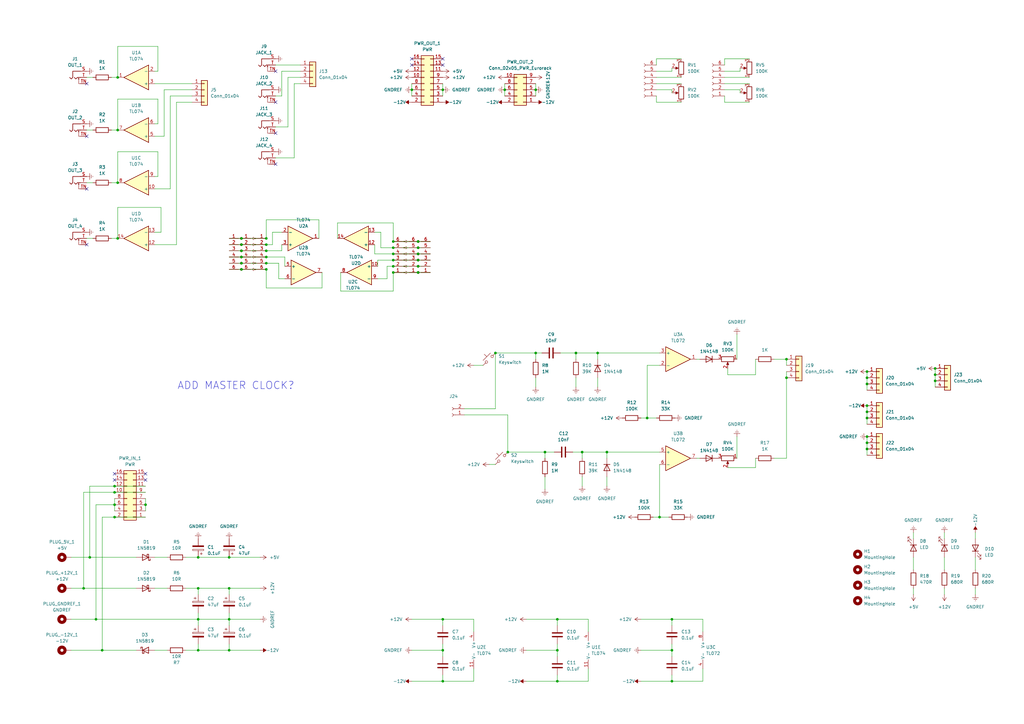
<source format=kicad_sch>
(kicad_sch (version 20231120) (generator "eeschema") (generator_version "8.0")
  (paper "A3")
  (junction (at 109.22 100.33))
  (junction (at 109.22 97.79))
  (junction (at 93.98 241.3))
  (junction (at 171.45 104.14))
  (junction (at 99.06 100.33))
  (junction (at 46.99 199.39))
  (junction (at 219.71 144.78))
  (junction (at 93.98 228.6))
  (junction (at 48.26 31.75))
  (junction (at 355.6 181.61))
  (junction (at 161.29 111.76))
  (junction (at 236.22 144.78))
  (junction (at 181.61 36.83))
  (junction (at 270.51 212.09))
  (junction (at 109.22 102.87))
  (junction (at 275.59 254))
  (junction (at 355.6 179.07))
  (junction (at 228.6 279.4))
  (junction (at 223.52 185.42))
  (junction (at 161.29 101.6))
  (junction (at 46.99 207.01))
  (junction (at 171.45 109.22))
  (junction (at 41.91 266.7))
  (junction (at 219.71 36.83))
  (junction (at 99.06 110.49))
  (junction (at 93.98 254))
  (junction (at 275.59 279.4))
  (junction (at 228.6 266.7))
  (junction (at 355.6 154.94))
  (junction (at 181.61 266.7))
  (junction (at 203.2 144.78))
  (junction (at 93.98 266.7))
  (junction (at 34.29 241.3))
  (junction (at 245.11 144.78))
  (junction (at 81.28 254))
  (junction (at 81.28 228.6))
  (junction (at 59.69 207.01))
  (junction (at 161.29 99.06))
  (junction (at 99.06 97.79))
  (junction (at 36.83 228.6))
  (junction (at 238.76 185.42))
  (junction (at 171.45 99.06))
  (junction (at 228.6 254))
  (junction (at 81.28 241.3))
  (junction (at 109.22 107.95))
  (junction (at 355.6 171.45))
  (junction (at 383.54 151.13))
  (junction (at 161.29 104.14))
  (junction (at 171.45 111.76))
  (junction (at 161.29 106.68))
  (junction (at 208.28 185.42))
  (junction (at 355.6 166.37))
  (junction (at 48.26 97.79))
  (junction (at 355.6 157.48))
  (junction (at 207.01 36.83))
  (junction (at 99.06 105.41))
  (junction (at 181.61 254))
  (junction (at 171.45 101.6))
  (junction (at 355.6 184.15))
  (junction (at 46.99 212.09))
  (junction (at 355.6 168.91))
  (junction (at 161.29 109.22))
  (junction (at 383.54 153.67))
  (junction (at 248.92 185.42))
  (junction (at 265.43 171.45))
  (junction (at 81.28 266.7))
  (junction (at 109.22 105.41))
  (junction (at 99.06 107.95))
  (junction (at 99.06 102.87))
  (junction (at 355.6 152.4))
  (junction (at 322.58 147.32))
  (junction (at 275.59 266.7))
  (junction (at 168.91 36.83))
  (junction (at 383.54 156.21))
  (junction (at 39.37 254))
  (junction (at 46.99 201.93))
  (junction (at 181.61 279.4))
  (junction (at 322.58 154.94))
  (junction (at 171.45 106.68))
  (junction (at 48.26 74.93))
  (junction (at 109.22 110.49))
  (junction (at 48.26 53.34))
  (no_connect (at 35.56 34.29))
  (no_connect (at 168.91 24.13))
  (no_connect (at 168.91 26.67))
  (no_connect (at 181.61 24.13))
  (no_connect (at 113.03 41.91))
  (no_connect (at 113.03 29.21))
  (no_connect (at 46.99 194.31))
  (no_connect (at 46.99 196.85))
  (no_connect (at 35.56 100.33))
  (no_connect (at 113.03 54.61))
  (no_connect (at 35.56 55.88))
  (no_connect (at 59.69 196.85))
  (no_connect (at 181.61 26.67))
  (no_connect (at 113.03 67.31))
  (no_connect (at 59.69 194.31))
  (no_connect (at 35.56 77.47))
  (wire (pts (xy 207.01 36.83) (xy 207.01 39.37)))
  (wire (pts (xy 139.7 111.76) (xy 139.7 119.38)))
  (wire (pts (xy 238.76 187.96) (xy 238.76 185.42)))
  (wire (pts (xy 66.04 85.09) (xy 48.26 85.09)))
  (wire (pts (xy 123.19 31.75) (xy 118.11 31.75)))
  (wire (pts (xy 171.45 101.6) (xy 161.29 101.6)))
  (wire (pts (xy 93.98 254) (xy 106.68 254)))
  (wire (pts (xy 208.28 185.42) (xy 223.52 185.42)))
  (wire (pts (xy 265.43 149.86) (xy 270.51 149.86)))
  (wire (pts (xy 99.06 97.79) (xy 109.22 97.79)))
  (wire (pts (xy 123.19 29.21) (xy 115.57 29.21)))
  (wire (pts (xy 115.57 102.87) (xy 109.22 102.87)))
  (wire (pts (xy 302.26 179.07) (xy 302.26 187.96)))
  (wire (pts (xy 35.56 53.34) (xy 38.1 53.34)))
  (wire (pts (xy 111.76 95.25) (xy 111.76 100.33)))
  (wire (pts (xy 64.77 72.39) (xy 64.77 62.23)))
  (wire (pts (xy 303.53 38.1) (xy 303.53 36.83)))
  (wire (pts (xy 387.35 228.6) (xy 387.35 233.68)))
  (wire (pts (xy 93.98 105.41) (xy 99.06 105.41)))
  (wire (pts (xy 93.98 266.7) (xy 106.68 266.7)))
  (wire (pts (xy 190.5 170.18) (xy 208.28 170.18)))
  (wire (pts (xy 181.61 266.7) (xy 181.61 269.24)))
  (wire (pts (xy 269.24 34.29) (xy 279.4 34.29)))
  (wire (pts (xy 322.58 154.94) (xy 322.58 187.96)))
  (wire (pts (xy 45.72 97.79) (xy 48.26 97.79)))
  (wire (pts (xy 116.84 105.41) (xy 109.22 105.41)))
  (wire (pts (xy 387.35 218.44) (xy 387.35 220.98)))
  (wire (pts (xy 219.71 36.83) (xy 219.71 39.37)))
  (wire (pts (xy 116.84 114.3) (xy 114.3 114.3)))
  (wire (pts (xy 298.45 153.67) (xy 309.88 153.67)))
  (wire (pts (xy 158.75 109.22) (xy 161.29 109.22)))
  (wire (pts (xy 69.85 39.37) (xy 69.85 77.47)))
  (wire (pts (xy 400.05 241.3) (xy 400.05 243.84)))
  (wire (pts (xy 154.94 114.3) (xy 158.75 114.3)))
  (wire (pts (xy 236.22 154.94) (xy 236.22 158.75)))
  (wire (pts (xy 176.53 106.68) (xy 171.45 106.68)))
  (wire (pts (xy 69.85 77.47) (xy 63.5 77.47)))
  (wire (pts (xy 219.71 154.94) (xy 219.71 158.75)))
  (wire (pts (xy 285.75 147.32) (xy 287.02 147.32)))
  (wire (pts (xy 45.72 74.93) (xy 48.26 74.93)))
  (wire (pts (xy 76.2 266.7) (xy 81.28 266.7)))
  (wire (pts (xy 64.77 19.05) (xy 48.26 19.05)))
  (wire (pts (xy 194.31 279.4) (xy 181.61 279.4)))
  (wire (pts (xy 203.2 167.64) (xy 203.2 144.78)))
  (wire (pts (xy 156.21 101.6) (xy 161.29 101.6)))
  (wire (pts (xy 154.94 109.22) (xy 154.94 106.68)))
  (wire (pts (xy 68.58 228.6) (xy 63.5 228.6)))
  (wire (pts (xy 297.18 31.75) (xy 307.34 31.75)))
  (wire (pts (xy 46.99 199.39) (xy 59.69 199.39)))
  (wire (pts (xy 236.22 147.32) (xy 236.22 144.78)))
  (wire (pts (xy 63.5 266.7) (xy 68.58 266.7)))
  (wire (pts (xy 130.81 90.17) (xy 109.22 90.17)))
  (wire (pts (xy 59.69 212.09) (xy 46.99 212.09)))
  (wire (pts (xy 275.59 279.4) (xy 288.29 279.4)))
  (wire (pts (xy 48.26 85.09) (xy 48.26 97.79)))
  (wire (pts (xy 120.65 34.29) (xy 120.65 64.77)))
  (wire (pts (xy 99.06 100.33) (xy 109.22 100.33)))
  (wire (pts (xy 200.66 190.5) (xy 203.2 190.5)))
  (wire (pts (xy 41.91 266.7) (xy 55.88 266.7)))
  (wire (pts (xy 64.77 72.39) (xy 63.5 72.39)))
  (wire (pts (xy 207.01 34.29) (xy 207.01 36.83)))
  (wire (pts (xy 265.43 149.86) (xy 265.43 171.45)))
  (wire (pts (xy 262.89 171.45) (xy 265.43 171.45)))
  (wire (pts (xy 93.98 264.16) (xy 93.98 266.7)))
  (wire (pts (xy 81.28 243.84) (xy 81.28 241.3)))
  (wire (pts (xy 115.57 29.21) (xy 115.57 39.37)))
  (wire (pts (xy 236.22 144.78) (xy 245.11 144.78)))
  (wire (pts (xy 176.53 104.14) (xy 171.45 104.14)))
  (wire (pts (xy 400.05 218.44) (xy 400.05 220.98)))
  (wire (pts (xy 76.2 241.3) (xy 81.28 241.3)))
  (wire (pts (xy 355.6 154.94) (xy 355.6 157.48)))
  (wire (pts (xy 35.56 31.75) (xy 38.1 31.75)))
  (wire (pts (xy 262.89 279.4) (xy 275.59 279.4)))
  (wire (pts (xy 194.31 259.08) (xy 194.31 254)))
  (wire (pts (xy 245.11 147.32) (xy 245.11 144.78)))
  (wire (pts (xy 39.37 254) (xy 81.28 254)))
  (wire (pts (xy 109.22 90.17) (xy 109.22 97.79)))
  (wire (pts (xy 64.77 50.8) (xy 63.5 50.8)))
  (wire (pts (xy 181.61 264.16) (xy 181.61 266.7)))
  (wire (pts (xy 171.45 109.22) (xy 161.29 109.22)))
  (wire (pts (xy 355.6 171.45) (xy 355.6 173.99)))
  (wire (pts (xy 228.6 276.86) (xy 228.6 279.4)))
  (wire (pts (xy 374.65 218.44) (xy 374.65 220.98)))
  (wire (pts (xy 46.99 199.39) (xy 36.83 199.39)))
  (wire (pts (xy 63.5 241.3) (xy 68.58 241.3)))
  (wire (pts (xy 118.11 52.07) (xy 113.03 52.07)))
  (wire (pts (xy 181.61 276.86) (xy 181.61 279.4)))
  (wire (pts (xy 355.6 166.37) (xy 355.6 168.91)))
  (wire (pts (xy 269.24 24.13) (xy 279.4 24.13)))
  (wire (pts (xy 161.29 91.44) (xy 138.43 91.44)))
  (wire (pts (xy 93.98 102.87) (xy 99.06 102.87)))
  (wire (pts (xy 106.68 228.6) (xy 93.98 228.6)))
  (wire (pts (xy 123.19 34.29) (xy 120.65 34.29)))
  (wire (pts (xy 132.08 118.11) (xy 132.08 111.76)))
  (wire (pts (xy 99.06 107.95) (xy 109.22 107.95)))
  (wire (pts (xy 48.26 40.64) (xy 48.26 53.34)))
  (wire (pts (xy 181.61 34.29) (xy 181.61 36.83)))
  (wire (pts (xy 269.24 26.67) (xy 269.24 24.13)))
  (wire (pts (xy 168.91 279.4) (xy 181.61 279.4)))
  (wire (pts (xy 64.77 50.8) (xy 64.77 40.64)))
  (wire (pts (xy 64.77 29.21) (xy 64.77 19.05)))
  (wire (pts (xy 116.84 109.22) (xy 116.84 105.41)))
  (wire (pts (xy 46.99 204.47) (xy 46.99 207.01)))
  (wire (pts (xy 168.91 266.7) (xy 181.61 266.7)))
  (wire (pts (xy 269.24 36.83) (xy 275.59 36.83)))
  (wire (pts (xy 138.43 91.44) (xy 138.43 97.79)))
  (wire (pts (xy 297.18 34.29) (xy 307.34 34.29)))
  (wire (pts (xy 81.28 241.3) (xy 93.98 241.3)))
  (wire (pts (xy 355.6 184.15) (xy 355.6 186.69)))
  (wire (pts (xy 262.89 266.7) (xy 275.59 266.7)))
  (wire (pts (xy 275.59 254) (xy 275.59 256.54)))
  (wire (pts (xy 267.97 212.09) (xy 270.51 212.09)))
  (wire (pts (xy 29.21 228.6) (xy 36.83 228.6)))
  (wire (pts (xy 181.61 254) (xy 181.61 256.54)))
  (wire (pts (xy 45.72 53.34) (xy 48.26 53.34)))
  (wire (pts (xy 215.9 266.7) (xy 228.6 266.7)))
  (wire (pts (xy 383.54 151.13) (xy 383.54 153.67)))
  (wire (pts (xy 248.92 185.42) (xy 270.51 185.42)))
  (wire (pts (xy 115.57 100.33) (xy 115.57 102.87)))
  (wire (pts (xy 168.91 254) (xy 181.61 254)))
  (wire (pts (xy 297.18 41.91) (xy 307.34 41.91)))
  (wire (pts (xy 72.39 100.33) (xy 63.5 100.33)))
  (wire (pts (xy 194.31 254) (xy 181.61 254)))
  (wire (pts (xy 241.3 274.32) (xy 241.3 279.4)))
  (wire (pts (xy 81.28 254) (xy 81.28 256.54)))
  (wire (pts (xy 113.03 26.67) (xy 123.19 26.67)))
  (wire (pts (xy 66.04 95.25) (xy 66.04 85.09)))
  (wire (pts (xy 302.26 137.16) (xy 302.26 147.32)))
  (wire (pts (xy 309.88 153.67) (xy 309.88 147.32)))
  (wire (pts (xy 93.98 241.3) (xy 106.68 241.3)))
  (wire (pts (xy 215.9 279.4) (xy 228.6 279.4)))
  (wire (pts (xy 64.77 40.64) (xy 48.26 40.64)))
  (wire (pts (xy 269.24 39.37) (xy 269.24 41.91)))
  (wire (pts (xy 48.26 62.23) (xy 48.26 74.93)))
  (wire (pts (xy 46.99 207.01) (xy 46.99 209.55)))
  (wire (pts (xy 93.98 100.33) (xy 99.06 100.33)))
  (wire (pts (xy 153.67 104.14) (xy 161.29 104.14)))
  (wire (pts (xy 111.76 100.33) (xy 109.22 100.33)))
  (wire (pts (xy 115.57 39.37) (xy 113.03 39.37)))
  (wire (pts (xy 36.83 228.6) (xy 55.88 228.6)))
  (wire (pts (xy 287.02 187.96) (xy 285.75 187.96)))
  (wire (pts (xy 228.6 266.7) (xy 228.6 269.24)))
  (wire (pts (xy 171.45 106.68) (xy 161.29 106.68)))
  (wire (pts (xy 171.45 111.76) (xy 161.29 111.76)))
  (wire (pts (xy 374.65 228.6) (xy 374.65 233.68)))
  (wire (pts (xy 297.18 24.13) (xy 307.34 24.13)))
  (wire (pts (xy 228.6 264.16) (xy 228.6 266.7)))
  (wire (pts (xy 78.74 41.91) (xy 72.39 41.91)))
  (wire (pts (xy 99.06 105.41) (xy 109.22 105.41)))
  (wire (pts (xy 130.81 97.79) (xy 130.81 90.17)))
  (wire (pts (xy 234.95 185.42) (xy 238.76 185.42)))
  (wire (pts (xy 78.74 36.83) (xy 67.31 36.83)))
  (wire (pts (xy 171.45 99.06) (xy 161.29 99.06)))
  (wire (pts (xy 81.28 254) (xy 93.98 254)))
  (wire (pts (xy 355.6 152.4) (xy 355.6 154.94)))
  (wire (pts (xy 64.77 29.21) (xy 63.5 29.21)))
  (wire (pts (xy 194.31 149.86) (xy 198.12 149.86)))
  (wire (pts (xy 45.72 31.75) (xy 48.26 31.75)))
  (wire (pts (xy 93.98 254) (xy 93.98 256.54)))
  (wire (pts (xy 297.18 39.37) (xy 297.18 41.91)))
  (wire (pts (xy 215.9 254) (xy 228.6 254)))
  (wire (pts (xy 161.29 119.38) (xy 161.29 111.76)))
  (wire (pts (xy 297.18 29.21) (xy 303.53 29.21)))
  (wire (pts (xy 67.31 55.88) (xy 63.5 55.88)))
  (wire (pts (xy 275.59 264.16) (xy 275.59 266.7)))
  (wire (pts (xy 229.87 144.78) (xy 236.22 144.78)))
  (wire (pts (xy 93.98 110.49) (xy 99.06 110.49)))
  (wire (pts (xy 93.98 107.95) (xy 99.06 107.95)))
  (wire (pts (xy 248.92 199.39) (xy 248.92 195.58)))
  (wire (pts (xy 93.98 97.79) (xy 99.06 97.79)))
  (wire (pts (xy 118.11 31.75) (xy 118.11 52.07)))
  (wire (pts (xy 67.31 36.83) (xy 67.31 55.88)))
  (wire (pts (xy 269.24 31.75) (xy 279.4 31.75)))
  (wire (pts (xy 309.88 191.77) (xy 309.88 187.96)))
  (wire (pts (xy 176.53 99.06) (xy 171.45 99.06)))
  (wire (pts (xy 355.6 168.91) (xy 355.6 171.45)))
  (wire (pts (xy 93.98 243.84) (xy 93.98 241.3)))
  (wire (pts (xy 171.45 104.14) (xy 161.29 104.14)))
  (wire (pts (xy 168.91 34.29) (xy 168.91 36.83)))
  (wire (pts (xy 176.53 101.6) (xy 171.45 101.6)))
  (wire (pts (xy 194.31 274.32) (xy 194.31 279.4)))
  (wire (pts (xy 66.04 95.25) (xy 63.5 95.25)))
  (wire (pts (xy 238.76 185.42) (xy 248.92 185.42)))
  (wire (pts (xy 41.91 212.09) (xy 41.91 266.7)))
  (wire (pts (xy 223.52 185.42) (xy 227.33 185.42)))
  (wire (pts (xy 275.59 38.1) (xy 275.59 36.83)))
  (wire (pts (xy 297.18 26.67) (xy 297.18 24.13)))
  (wire (pts (xy 99.06 102.87) (xy 109.22 102.87)))
  (wire (pts (xy 241.3 259.08) (xy 241.3 254)))
  (wire (pts (xy 78.74 39.37) (xy 69.85 39.37)))
  (wire (pts (xy 29.21 241.3) (xy 34.29 241.3)))
  (wire (pts (xy 93.98 251.46) (xy 93.98 254)))
  (wire (pts (xy 223.52 187.96) (xy 223.52 185.42)))
  (wire (pts (xy 219.71 144.78) (xy 222.25 144.78)))
  (wire (pts (xy 35.56 97.79) (xy 38.1 97.79)))
  (wire (pts (xy 81.28 266.7) (xy 93.98 266.7)))
  (wire (pts (xy 275.59 276.86) (xy 275.59 279.4)))
  (wire (pts (xy 269.24 29.21) (xy 275.59 29.21)))
  (wire (pts (xy 228.6 254) (xy 228.6 256.54)))
  (wire (pts (xy 374.65 241.3) (xy 374.65 243.84)))
  (wire (pts (xy 168.91 36.83) (xy 168.91 39.37)))
  (wire (pts (xy 317.5 147.32) (xy 322.58 147.32)))
  (wire (pts (xy 176.53 109.22) (xy 171.45 109.22)))
  (wire (pts (xy 298.45 191.77) (xy 309.88 191.77)))
  (wire (pts (xy 383.54 156.21) (xy 383.54 158.75)))
  (wire (pts (xy 139.7 119.38) (xy 161.29 119.38)))
  (wire (pts (xy 275.59 266.7) (xy 275.59 269.24)))
  (wire (pts (xy 355.6 181.61) (xy 355.6 184.15)))
  (wire (pts (xy 248.92 187.96) (xy 248.92 185.42)))
  (wire (pts (xy 288.29 274.32) (xy 288.29 279.4)))
  (wire (pts (xy 274.32 212.09) (xy 270.51 212.09)))
  (wire (pts (xy 59.69 204.47) (xy 59.69 207.01)))
  (wire (pts (xy 270.51 190.5) (xy 270.51 212.09)))
  (wire (pts (xy 153.67 100.33) (xy 153.67 104.14)))
  (wire (pts (xy 355.6 157.48) (xy 355.6 160.02)))
  (wire (pts (xy 245.11 144.78) (xy 270.51 144.78)))
  (wire (pts (xy 383.54 153.67) (xy 383.54 156.21)))
  (wire (pts (xy 109.22 110.49) (xy 109.22 118.11)))
  (wire (pts (xy 387.35 241.3) (xy 387.35 243.84)))
  (wire (pts (xy 241.3 279.4) (xy 228.6 279.4)))
  (wire (pts (xy 64.77 62.23) (xy 48.26 62.23)))
  (wire (pts (xy 114.3 107.95) (xy 109.22 107.95)))
  (wire (pts (xy 114.3 114.3) (xy 114.3 107.95)))
  (wire (pts (xy 298.45 153.67) (xy 298.45 151.13)))
  (wire (pts (xy 322.58 152.4) (xy 322.58 154.94)))
  (wire (pts (xy 297.18 36.83) (xy 303.53 36.83)))
  (wire (pts (xy 109.22 118.11) (xy 132.08 118.11)))
  (wire (pts (xy 223.52 195.58) (xy 223.52 200.66)))
  (wire (pts (xy 176.53 111.76) (xy 171.45 111.76)))
  (wire (pts (xy 241.3 254) (xy 228.6 254)))
  (wire (pts (xy 120.65 64.77) (xy 113.03 64.77)))
  (wire (pts (xy 269.24 171.45) (xy 265.43 171.45)))
  (wire (pts (xy 245.11 158.75) (xy 245.11 154.94)))
  (wire (pts (xy 269.24 41.91) (xy 279.4 41.91)))
  (wire (pts (xy 288.29 259.08) (xy 288.29 254)))
  (wire (pts (xy 317.5 187.96) (xy 322.58 187.96)))
  (wire (pts (xy 275.59 29.21) (xy 275.59 27.94)))
  (wire (pts (xy 36.83 199.39) (xy 36.83 228.6)))
  (wire (pts (xy 72.39 41.91) (xy 72.39 100.33)))
  (wire (pts (xy 46.99 201.93) (xy 59.69 201.93)))
  (wire (pts (xy 154.94 106.68) (xy 161.29 106.68)))
  (wire (pts (xy 208.28 170.18) (xy 208.28 185.42)))
  (wire (pts (xy 99.06 110.49) (xy 109.22 110.49)))
  (wire (pts (xy 219.71 147.32) (xy 219.71 144.78)))
  (wire (pts (xy 63.5 34.29) (xy 78.74 34.29)))
  (wire (pts (xy 46.99 212.09) (xy 41.91 212.09)))
  (wire (pts (xy 115.57 95.25) (xy 111.76 95.25)))
  (wire (pts (xy 46.99 201.93) (xy 34.29 201.93)))
  (wire (pts (xy 46.99 207.01) (xy 39.37 207.01)))
  (wire (pts (xy 81.28 264.16) (xy 81.28 266.7)))
  (wire (pts (xy 48.26 19.05) (xy 48.26 31.75)))
  (wire (pts (xy 400.05 228.6) (xy 400.05 233.68)))
  (wire (pts (xy 288.29 254) (xy 275.59 254)))
  (wire (pts (xy 322.58 147.32) (xy 322.58 149.86)))
  (wire (pts (xy 161.29 99.06) (xy 161.29 91.44)))
  (wire (pts (xy 153.67 95.25) (xy 156.21 95.25)))
  (wire (pts (xy 81.28 228.6) (xy 76.2 228.6)))
  (wire (pts (xy 219.71 34.29) (xy 219.71 36.83)))
  (wire (pts (xy 355.6 179.07) (xy 355.6 181.61)))
  (wire (pts (xy 158.75 114.3) (xy 158.75 109.22)))
  (wire (pts (xy 303.53 29.21) (xy 303.53 27.94)))
  (wire (pts (xy 34.29 201.93) (xy 34.29 241.3)))
  (wire (pts (xy 203.2 144.78) (xy 219.71 144.78)))
  (wire (pts (xy 81.28 251.46) (xy 81.28 254)))
  (wire (pts (xy 34.29 241.3) (xy 55.88 241.3)))
  (wire (pts (xy 238.76 195.58) (xy 238.76 199.39)))
  (wire (pts (xy 29.21 254) (xy 39.37 254)))
  (wire (pts (xy 181.61 36.83) (xy 181.61 39.37)))
  (wire (pts (xy 35.56 74.93) (xy 38.1 74.93)))
  (wire (pts (xy 59.69 207.01) (xy 59.69 209.55)))
  (wire (pts (xy 190.5 167.64) (xy 203.2 167.64)))
  (wire (pts (xy 29.21 266.7) (xy 41.91 266.7)))
  (wire (pts (xy 93.98 228.6) (xy 81.28 228.6)))
  (wire (pts (xy 39.37 207.01) (xy 39.37 254)))
  (wire (pts (xy 262.89 254) (xy 275.59 254)))
  (wire (pts (xy 156.21 95.25) (xy 156.21 101.6)))
  (text "ADD MASTER CLOCK?" (at 96.774 158.242 0) (effects (font (size 3.048 3.048))))
  (symbol (lib_id "Connector_Generic:Conn_01x04") (at 128.27 29.21 0) (unit 1)
    (property "Reference" "J13" (at 130.81 29.2099 0) (effects (justify left)))
    (property "Value" "Conn_01x04" (at 130.81 31.7499 0) (effects (justify left)))
    (property "Footprint" "Connector_PinSocket_2.54mm:PinSocket_1x04_P2.54mm_Vertical" (effects (hide yes)))
    (property "Description" "Generic connector, single row, 01x04, script generated (kicad-library-utils/schlib/autogen/connector/)" (effects (hide yes)))
  )
  (symbol (lib_id "synth:C_1uF (MKS)") (at 181.61 273.05 0) (unit 1)
    (property "Reference" "C8" (at 185.42 271.7799 0) (effects (justify left)))
    (property "Value" "0.1uF" (at 185.42 274.3199 0) (effects (justify left)))
    (property "Footprint" "Synth:C_RECT_WIMA_0.1uF" (effects (hide yes)))
    (property "Description" "Unpolarized capacitor" (effects (hide yes)))
  )
  (symbol (lib_id "synth:R_Default") (at 264.16 212.09 270) (unit 1)
    (property "Reference" "R13" (at 264.16 205.74 90))
    (property "Value" "100K" (at 264.16 208.28 90))
    (property "Footprint" "Synth:R_Default (DIN0207)" (effects (hide yes)))
    (property "Description" "Resistor" (effects (hide yes)))
  )
  (symbol (lib_id "synth:D_Signal (1N4148)") (at 248.92 191.77 270) (unit 1)
    (property "Reference" "D5" (at 251.46 190.4999 90) (effects (justify left)))
    (property "Value" "1N4148" (at 251.46 193.0399 90) (effects (justify left)))
    (property "Footprint" "Synth:D_DO-35_SOD27_P7.62mm_Horizontal" (effects (hide yes)))
    (property "Datasheet" "https://assets.nexperia.com/documents/data-sheet/1N4148_1N4448.pdf" (effects (hide yes)))
    (property "Description" "100V 0.15A standard switching diode, DO-35" (effects (hide yes)))
    (property "Sim.Device" "D" (effects (hide yes)))
    (property "Sim.Pins" "1=K 2=A" (effects (hide yes)))
  )
  (symbol (lib_id "power:GNDREF") (at 35.56 29.21 90) (unit 1)
    (property "Reference" "#PWR01" (effects (hide yes)))
    (property "Value" "GNDREF" (effects (hide yes)))
  )
  (symbol (lib_id "synth:AudioJack_Mono_3.5mm") (at 30.48 53.34 0) (unit 1)
    (property "Reference" "J2" (at 30.7975 45.72 0))
    (property "Value" "OUT_2" (at 30.7975 48.26 0))
    (property "Footprint" "Synth:Jack_3.5mm_QingPu_WQP-PJ398SM_Vertical_CircularHoles" (effects (hide yes)))
    (property "Description" "Audio Jack, 2 Poles (Mono / TS), Switched T Pole (Normalling)" (effects (hide yes)))
  )
  (symbol (lib_id "power:GNDREF") (at 236.22 158.75 0) (unit 1)
    (property "Reference" "#PWR039" (effects (hide yes)))
    (property "Value" "GNDREF" (at 236.22 163.83 0))
    (property "Description" "Power symbol creates a global label with name \"GNDREF\" , reference supply ground" (effects (hide yes)))
  )
  (symbol (lib_id "Device:C_Polarized") (at 81.28 247.65 0) (unit 1)
    (property "Reference" "C2" (at 85.09 245.491 0) (effects (justify left)))
    (property "Value" "47uF" (at 85.09 248.031 0) (effects (justify left)))
    (property "Footprint" "Capacitor_THT:CP_Radial_D6.3mm_P2.50mm" (effects (hide yes)))
  )
  (symbol (lib_id "synth:R_Default") (at 41.91 53.34 90) (unit 1)
    (property "Reference" "R2" (at 41.91 46.99 90))
    (property "Value" "1K" (at 41.91 49.53 90))
    (property "Footprint" "Synth:R_Default (DIN0207)" (effects (hide yes)))
    (property "Description" "Resistor" (effects (hide yes)))
  )
  (symbol (lib_id "power:+5V") (at 374.65 243.84 180) (unit 1)
    (property "Reference" "#PWR055" (effects (hide yes)))
    (property "Value" "+5V" (at 374.65 248.92 0))
    (property "Description" "Power symbol creates a global label with name \"+5V\"" (effects (hide yes)))
  )
  (symbol (lib_id "synth:C_1uF (MKS)") (at 226.06 144.78 90) (unit 1)
    (property "Reference" "C9" (at 226.06 137.16 90))
    (property "Value" "10nF" (at 226.06 139.7 90))
    (property "Footprint" "Synth:C_RECT_WIMA_0.1uF" (effects (hide yes)))
    (property "Description" "Unpolarized capacitor" (effects (hide yes)))
  )
  (symbol (lib_id "Connector:Conn_01x02_Socket") (at 185.42 170.18 180) (unit 1)
    (property "Reference" "J24" (at 186.055 162.56 0))
    (property "Value" "Conn_01x02_Socket" (effects (hide yes)))
    (property "Footprint" "Synth:PinSocket_1x02_P2.54mm_Vertical" (effects (hide yes)))
    (property "Description" "Generic connector, single row, 01x02, script generated" (effects (hide yes)))
  )
  (symbol (lib_id "Connector:Conn_01x06_Socket") (at 171.45 106.68 180) (unit 1)
    (property "Reference" "J16" (effects (hide yes)))
    (property "Value" "Conn_01x06_Socket" (effects (hide yes)))
    (property "Footprint" "Connector_PinSocket_2.54mm:PinSocket_1x06_P2.54mm_Vertical" (effects (hide yes)))
    (property "Description" "Generic connector, single row, 01x06, script generated" (effects (hide yes)))
  )
  (symbol (lib_id "Mechanical:MountingHole_Pad") (at 26.67 254 90) (unit 1) (exclude_from_sim yes) (in_bom no)
    (property "Reference" "PLUG_GNDREF_1" (at 25.4 247.65 90))
    (property "Value" "GNDREF" (at 25.4 250.19 90))
    (property "Footprint" "MountingHole:MountingHole_4.3mm_M4_Pad" (effects (hide yes)))
    (property "Description" "Mounting Hole with connection" (effects (hide yes)))
  )
  (symbol (lib_id "power:+5V") (at 383.54 151.13 90) (unit 1)
    (property "Reference" "#PWR056" (effects (hide yes)))
    (property "Value" "+5V" (at 379.73 151.1299 90) (effects (justify left)))
    (property "Description" "Power symbol creates a global label with name \"+5V\"" (effects (hide yes)))
  )
  (symbol (lib_id "power:GNDREF") (at 207.01 36.83 270) (unit 1)
    (property "Reference" "#PWR029" (effects (hide yes)))
    (property "Value" "GNDREF" (at 203.2 36.8299 90) (effects (justify right)))
  )
  (symbol (lib_id "Connector:Conn_01x06_Socket") (at 99.06 102.87 0) (unit 1)
    (property "Reference" "J6" (effects (hide yes)))
    (property "Value" "Conn_01x06_Socket" (effects (hide yes)))
    (property "Footprint" "Connector_PinSocket_2.54mm:PinSocket_1x06_P2.54mm_Vertical" (effects (hide yes)))
    (property "Description" "Generic connector, single row, 01x06, script generated" (effects (hide yes)))
  )
  (symbol (lib_id "synth:R_Default") (at 236.22 151.13 180) (unit 1)
    (property "Reference" "R10" (at 238.76 149.8599 0) (effects (justify right)))
    (property "Value" "39K" (at 238.76 152.3999 0) (effects (justify right)))
    (property "Footprint" "Synth:R_Default (DIN0207)" (effects (hide yes)))
    (property "Description" "Resistor" (effects (hide yes)))
  )
  (symbol (lib_id "Mechanical:MountingHole") (at 351.79 240.03 0) (unit 1) (exclude_from_sim yes) (in_bom no)
    (property "Reference" "H3" (at 354.33 238.7599 0) (effects (justify left)))
    (property "Value" "MountingHole" (at 354.33 241.2999 0) (effects (justify left)))
    (property "Footprint" "MountingHole:MountingHole_3.2mm_M3" (effects (hide yes)))
    (property "Description" "Mounting Hole without connection" (effects (hide yes)))
  )
  (symbol (lib_id "power:-12V") (at 168.91 279.4 90) (unit 1)
    (property "Reference" "#PWR021" (effects (hide yes)))
    (property "Value" "-12V" (at 163.83 279.4 90))
  )
  (symbol (lib_id "Amplifier_Operational:TL074") (at 123.19 97.79 0) (mirror x) (unit 1)
    (property "Reference" "U2" (at 124.46 92.71 0))
    (property "Value" "TL074" (at 124.46 90.17 0))
    (property "Footprint" "Package_DIP:DIP-14_W7.62mm_Socket_LongPads" (effects (hide yes)))
    (property "Datasheet" "http://www.ti.com/lit/ds/symlink/tl071.pdf" (effects (hide yes)))
    (property "Description" "Quad Low-Noise JFET-Input Operational Amplifiers, DIP-14/SOIC-14" (effects (hide yes)))
  )
  (symbol (lib_id "power:GNDREF") (at 181.61 36.83 90) (unit 1)
    (property "Reference" "#PWR024" (effects (hide yes)))
    (property "Value" "GNDREF" (at 185.42 36.8299 90) (effects (justify right)))
  )
  (symbol (lib_id "power:GNDREF") (at 113.03 24.13 90) (unit 1)
    (property "Reference" "#PWR011" (effects (hide yes)))
    (property "Value" "GNDREF" (effects (hide yes)))
  )
  (symbol (lib_id "synth:R_Default") (at 273.05 171.45 270) (unit 1)
    (property "Reference" "R14" (at 273.05 165.1 90))
    (property "Value" "33K" (at 273.05 167.64 90))
    (property "Footprint" "Synth:R_Default (DIN0207)" (effects (hide yes)))
    (property "Description" "Resistor" (effects (hide yes)))
  )
  (symbol (lib_id "Connector_Generic:Conn_01x04") (at 360.68 181.61 0) (unit 1)
    (property "Reference" "J22" (at 363.22 181.6099 0) (effects (justify left)))
    (property "Value" "Conn_01x04" (at 363.22 184.1499 0) (effects (justify left)))
    (property "Footprint" "Connector_PinSocket_2.54mm:PinSocket_1x04_P2.54mm_Vertical" (effects (hide yes)))
    (property "Description" "Generic connector, single row, 01x04, script generated (kicad-library-utils/schlib/autogen/connector/)" (effects (hide yes)))
  )
  (symbol (lib_id "power:GNDREF") (at 400.05 243.84 0) (unit 1)
    (property "Reference" "#PWR060" (effects (hide yes)))
    (property "Value" "GNDREF" (at 400.05 248.92 0))
  )
  (symbol (lib_id "synth:AudioJack_Mono_3.5mm") (at 30.48 74.93 0) (unit 1)
    (property "Reference" "J3" (at 30.7975 67.31 0))
    (property "Value" "OUT_3" (at 30.7975 69.85 0))
    (property "Footprint" "Synth:Jack_3.5mm_QingPu_WQP-PJ398SM_Vertical_CircularHoles" (effects (hide yes)))
    (property "Description" "Audio Jack, 2 Poles (Mono / TS), Switched T Pole (Normalling)" (effects (hide yes)))
  )
  (symbol (lib_id "power:+12V") (at 355.6 152.4 90) (unit 1)
    (property "Reference" "#PWR051" (effects (hide yes)))
    (property "Value" "+12V" (at 351.79 152.3999 90) (effects (justify left)))
  )
  (symbol (lib_id "Amplifier_Operational:TL074") (at 55.88 97.79 180) (unit 4)
    (property "Reference" "U1" (at 55.88 87.63 0))
    (property "Value" "TL074" (at 55.88 90.17 0))
    (property "Footprint" "Package_DIP:DIP-14_W7.62mm_Socket_LongPads" (effects (hide yes)))
    (property "Datasheet" "http://www.ti.com/lit/ds/symlink/tl071.pdf" (effects (hide yes)))
  )
  (symbol (lib_id "synth:D_Signal (1N4148)") (at 290.83 187.96 180) (unit 1)
    (property "Reference" "D7" (at 290.83 182.245 0))
    (property "Value" "1N4148" (at 290.83 184.785 0))
    (property "Footprint" "Synth:D_DO-35_SOD27_P7.62mm_Horizontal" (effects (hide yes)))
    (property "Datasheet" "https://assets.nexperia.com/documents/data-sheet/1N4148_1N4448.pdf" (effects (hide yes)))
    (property "Description" "100V 0.15A standard switching diode, DO-35" (effects (hide yes)))
    (property "Sim.Device" "D" (effects (hide yes)))
    (property "Sim.Pins" "1=K 2=A" (effects (hide yes)))
  )
  (symbol (lib_id "Device:C_Polarized") (at 93.98 260.35 0) (unit 1)
    (property "Reference" "C6" (at 97.79 258.191 0) (effects (justify left)))
    (property "Value" "0.1uF" (at 97.79 260.731 0) (effects (justify left)))
    (property "Footprint" "Capacitor_THT:CP_Radial_D4.0mm_P2.00mm" (effects (hide yes)))
  )
  (symbol (lib_id "power:GNDREF") (at 168.91 36.83 270) (unit 1)
    (property "Reference" "#PWR017" (effects (hide yes)))
    (property "Value" "GNDREF" (at 165.1 36.8299 90) (effects (justify right)))
  )
  (symbol (lib_id "Diode:1N5819") (at 59.69 228.6 180) (unit 1)
    (property "Reference" "D1" (at 60.0075 222.25 0))
    (property "Value" "1N5819" (at 60.0075 224.79 0))
    (property "Footprint" "Diode_THT:D_DO-41_SOD81_P10.16mm_Horizontal" (effects (hide yes)))
    (property "Datasheet" "http://www.vishay.com/docs/88525/1n5817.pdf" (effects (hide yes)))
  )
  (symbol (lib_id "synth:AudioJack_Mono_3.5mm") (at 30.48 97.79 0) (unit 1)
    (property "Reference" "J4" (at 30.7975 90.17 0))
    (property "Value" "OUT_4" (at 30.7975 92.71 0))
    (property "Footprint" "Synth:Jack_3.5mm_QingPu_WQP-PJ398SM_Vertical_CircularHoles" (effects (hide yes)))
    (property "Description" "Audio Jack, 2 Poles (Mono / TS), Switched T Pole (Normalling)" (effects (hide yes)))
  )
  (symbol (lib_id "Connector:Conn_01x06_Pin") (at 104.14 102.87 0) (unit 1)
    (property "Reference" "J7" (effects (hide yes)))
    (property "Value" "Conn_01x06_Pin" (effects (hide yes)))
    (property "Footprint" "Connector_PinHeader_2.54mm:PinHeader_1x06_P2.54mm_Vertical" (effects (hide yes)))
    (property "Description" "Generic connector, single row, 01x06, script generated" (effects (hide yes)))
  )
  (symbol (lib_id "Connector_Generic:Conn_01x04") (at 360.68 168.91 0) (unit 1)
    (property "Reference" "J21" (at 363.22 168.9099 0) (effects (justify left)))
    (property "Value" "Conn_01x04" (at 363.22 171.4499 0) (effects (justify left)))
    (property "Footprint" "Connector_PinSocket_2.54mm:PinSocket_1x04_P2.54mm_Vertical" (effects (hide yes)))
    (property "Description" "Generic connector, single row, 01x04, script generated (kicad-library-utils/schlib/autogen/connector/)" (effects (hide yes)))
  )
  (symbol (lib_id "power:GNDREF") (at 302.26 137.16 180) (unit 1)
    (property "Reference" "#PWR049" (effects (hide yes)))
    (property "Value" "GNDREF" (at 302.26 132.08 0))
    (property "Description" "Power symbol creates a global label with name \"GNDREF\" , reference supply ground" (effects (hide yes)))
  )
  (symbol (lib_id "power:GNDREF") (at 219.71 36.83 90) (unit 1)
    (property "Reference" "#PWR035" (effects (hide yes)))
    (property "Value" "GNDREF" (at 224.79 36.83 0))
  )
  (symbol (lib_id "synth:C_1uF (MKS)") (at 228.6 260.35 0) (unit 1)
    (property "Reference" "C10" (at 232.41 259.0799 0) (effects (justify left)))
    (property "Value" "0.1uF" (at 232.41 261.6199 0) (effects (justify left)))
    (property "Footprint" "Synth:C_RECT_WIMA_0.1uF" (effects (hide yes)))
    (property "Description" "Unpolarized capacitor" (effects (hide yes)))
  )
  (symbol (lib_id "power:-12V") (at 181.61 41.91 270) (unit 1)
    (property "Reference" "#PWR025" (effects (hide yes)))
    (property "Value" "-12V" (at 186.69 41.91 90))
  )
  (symbol (lib_id "Device:C_Polarized") (at 93.98 247.65 0) (unit 1)
    (property "Reference" "C5" (at 97.79 245.491 0) (effects (justify left)))
    (property "Value" "0.1uF" (at 97.79 248.031 0) (effects (justify left)))
    (property "Footprint" "Capacitor_THT:CP_Radial_D4.0mm_P2.00mm" (effects (hide yes)))
  )
  (symbol (lib_id "power:+12V") (at 181.61 31.75 270) (unit 1)
    (property "Reference" "#PWR023" (effects (hide yes)))
    (property "Value" "+12V" (at 185.42 31.7499 90) (effects (justify left)))
  )
  (symbol (lib_id "power:GNDREF") (at 374.65 218.44 180) (unit 1)
    (property "Reference" "#PWR054" (effects (hide yes)))
    (property "Value" "GNDREF" (at 374.65 213.36 0))
  )
  (symbol (lib_id "Connector:Conn_01x06_Pin") (at 166.37 106.68 180) (unit 1)
    (property "Reference" "J14" (effects (hide yes)))
    (property "Value" "Conn_01x06_Pin" (effects (hide yes)))
    (property "Footprint" "Connector_PinHeader_2.54mm:PinHeader_1x06_P2.54mm_Vertical" (effects (hide yes)))
    (property "Description" "Generic connector, single row, 01x06, script generated" (effects (hide yes)))
  )
  (symbol (lib_id "synth:AudioJack_Mono_3.5mm") (at 107.95 64.77 0) (unit 1)
    (property "Reference" "J12" (at 108.2675 57.15 0))
    (property "Value" "JACK_4" (at 108.2675 59.69 0))
    (property "Footprint" "Synth:Jack_3.5mm_QingPu_WQP-PJ398SM_Vertical_CircularHoles" (effects (hide yes)))
    (property "Description" "Audio Jack, 2 Poles (Mono / TS), Switched T Pole (Normalling)" (effects (hide yes)))
  )
  (symbol (lib_id "synth:R_Default") (at 223.52 191.77 180) (unit 1)
    (property "Reference" "R9" (at 226.06 190.4999 0) (effects (justify right)))
    (property "Value" "1M" (at 226.06 193.0399 0) (effects (justify right)))
    (property "Footprint" "Synth:R_Default (DIN0207)" (effects (hide yes)))
    (property "Description" "Resistor" (effects (hide yes)))
  )
  (symbol (lib_id "synth:R_Default") (at 259.08 171.45 270) (unit 1)
    (property "Reference" "R12" (at 259.08 165.1 90))
    (property "Value" "100K" (at 259.08 167.64 90))
    (property "Footprint" "Synth:R_Default (DIN0207)" (effects (hide yes)))
    (property "Description" "Resistor" (effects (hide yes)))
  )
  (symbol (lib_id "power:+5V") (at 181.61 29.21 270) (unit 1)
    (property "Reference" "#PWR022" (effects (hide yes)))
    (property "Value" "+5V" (at 185.42 29.2099 90) (effects (justify left)))
    (property "Description" "Power symbol creates a global label with name \"+5V\"" (effects (hide yes)))
  )
  (symbol (lib_id "Amplifier_Operational:TL074") (at 55.88 74.93 180) (unit 3)
    (property "Reference" "U1" (at 55.88 64.77 0))
    (property "Value" "TL074" (at 55.88 67.31 0))
    (property "Footprint" "Package_DIP:DIP-14_W7.62mm_Socket_LongPads" (effects (hide yes)))
    (property "Datasheet" "http://www.ti.com/lit/ds/symlink/tl071.pdf" (effects (hide yes)))
  )
  (symbol (lib_id "power:GNDREF") (at 387.35 218.44 180) (unit 1)
    (property "Reference" "#PWR057" (effects (hide yes)))
    (property "Value" "GNDREF" (at 387.35 213.36 0))
  )
  (symbol (lib_id "power:GNDREF") (at 113.03 36.83 90) (unit 1)
    (property "Reference" "#PWR012" (effects (hide yes)))
    (property "Value" "GNDREF" (effects (hide yes)))
  )
  (symbol (lib_id "Device:C_Polarized") (at 93.98 224.79 180) (unit 1)
    (property "Reference" "C4" (at 97.79 224.4089 0) (effects (justify right)))
    (property "Value" "47uF" (at 97.79 226.9489 0) (effects (justify right)))
    (property "Footprint" "Capacitor_THT:CP_Radial_D6.3mm_P2.50mm" (effects (hide yes)))
  )
  (symbol (lib_id "Mechanical:MountingHole") (at 351.79 227.33 0) (unit 1) (exclude_from_sim yes) (in_bom no)
    (property "Reference" "H1" (at 354.33 226.0599 0) (effects (justify left)))
    (property "Value" "MountingHole" (at 354.33 228.5999 0) (effects (justify left)))
    (property "Footprint" "MountingHole:MountingHole_3.2mm_M3" (effects (hide yes)))
    (property "Description" "Mounting Hole without connection" (effects (hide yes)))
  )
  (symbol (lib_id "Connector_Generic:Conn_01x04") (at 83.82 36.83 0) (unit 1)
    (property "Reference" "J5" (at 86.36 36.8299 0) (effects (justify left)))
    (property "Value" "Conn_01x04" (at 86.36 39.3699 0) (effects (justify left)))
    (property "Footprint" "Connector_PinSocket_2.54mm:PinSocket_1x04_P2.54mm_Vertical" (effects (hide yes)))
    (property "Description" "Generic connector, single row, 01x04, script generated (kicad-library-utils/schlib/autogen/connector/)" (effects (hide yes)))
  )
  (symbol (lib_id "Amplifier_Operational:TL074") (at 196.85 266.7 0) (unit 5)
    (property "Reference" "U2" (at 195.58 265.43 0) (effects (justify left)))
    (property "Value" "TL074" (at 195.58 267.97 0) (effects (justify left)))
    (property "Footprint" "Package_DIP:DIP-14_W7.62mm_Socket_LongPads" (effects (hide yes)))
    (property "Datasheet" "http://www.ti.com/lit/ds/symlink/tl071.pdf" (effects (hide yes)))
    (property "Description" "Quad Low-Noise JFET-Input Operational Amplifiers, DIP-14/SOIC-14" (effects (hide yes)))
  )
  (symbol (lib_id "synth:C_1uF (MKS)") (at 228.6 273.05 0) (unit 1)
    (property "Reference" "C11" (at 232.41 271.7799 0) (effects (justify left)))
    (property "Value" "0.1uF" (at 232.41 274.3199 0) (effects (justify left)))
    (property "Footprint" "Synth:C_RECT_WIMA_0.1uF" (effects (hide yes)))
    (property "Description" "Unpolarized capacitor" (effects (hide yes)))
  )
  (symbol (lib_id "power:-12V") (at 400.05 218.44 0) (unit 1)
    (property "Reference" "#PWR059" (effects (hide yes)))
    (property "Value" "-12V" (at 400.05 213.36 90))
  )
  (symbol (lib_id "Amplifier_Operational:TL074") (at 55.88 53.34 180) (unit 2)
    (property "Reference" "U1" (at 55.88 43.18 0))
    (property "Value" "TL074" (at 55.88 45.72 0))
    (property "Footprint" "Package_DIP:DIP-14_W7.62mm_Socket_LongPads" (effects (hide yes)))
    (property "Datasheet" "http://www.ti.com/lit/ds/symlink/tl071.pdf" (effects (hide yes)))
  )
  (symbol (lib_id "power:GNDREF") (at 238.76 199.39 0) (unit 1)
    (property "Reference" "#PWR040" (effects (hide yes)))
    (property "Value" "GNDREF" (at 238.76 204.47 0))
    (property "Description" "Power symbol creates a global label with name \"GNDREF\" , reference supply ground" (effects (hide yes)))
  )
  (symbol (lib_id "power:GNDREF") (at 35.56 72.39 90) (unit 1)
    (property "Reference" "#PWR03" (effects (hide yes)))
    (property "Value" "GNDREF" (effects (hide yes)))
  )
  (symbol (lib_id "power:GNDREF") (at 223.52 200.66 0) (unit 1)
    (property "Reference" "#PWR038" (effects (hide yes)))
    (property "Value" "GNDREF" (at 223.52 205.74 0))
    (property "Description" "Power symbol creates a global label with name \"GNDREF\" , reference supply ground" (effects (hide yes)))
  )
  (symbol (lib_id "power:+12V") (at 215.9 254 90) (unit 1)
    (property "Reference" "#PWR031" (effects (hide yes)))
    (property "Value" "+12V" (at 212.09 253.9999 90) (effects (justify left)))
  )
  (symbol (lib_id "synth:R_Potentiometer (P0915N)") (at 279.4 27.94 180) (unit 1)
    (property "Reference" "RV1" (at 281.94 26.6699 0) (effects (justify right)))
    (property "Value" "100K" (at 281.94 29.2099 0) (effects (justify right)))
    (property "Footprint" "Synth:Potentiometer_TT_P0915N" (effects (hide yes)))
    (property "Description" "Potentiometer" (effects (hide yes)))
  )
  (symbol (lib_id "ScottoKeebs:Placeholder_Keyswitch") (at 200.66 147.32 90) (unit 1)
    (property "Reference" "S1" (at 204.47 146.0499 90) (effects (justify right)))
    (property "Value" "Keyswitch" (at 204.47 148.5899 90) (effects (justify right)))
    (property "Footprint" "PCM_Switch_Keyboard_Cherry_MX:SW_Cherry_MX_PCB_1.00u" (effects (hide yes)))
    (property "Description" "Push button switch, normally open, two pins, 45° tilted" (effects (hide yes)))
  )
  (symbol (lib_id "power:-12V") (at 262.89 279.4 90) (unit 1)
    (property "Reference" "#PWR061" (effects (hide yes)))
    (property "Value" "-12V" (at 257.81 279.4 90))
  )
  (symbol (lib_id "synth:R_Potentiometer (P0915N)") (at 279.4 38.1 180) (unit 1)
    (property "Reference" "RV2" (at 281.94 36.8299 0) (effects (justify right)))
    (property "Value" "100K" (at 281.94 39.3699 0) (effects (justify right)))
    (property "Footprint" "Synth:Potentiometer_TT_P0915N" (effects (hide yes)))
    (property "Description" "Potentiometer" (effects (hide yes)))
  )
  (symbol (lib_id "synth:R_Default") (at 72.39 228.6 90) (unit 1)
    (property "Reference" "R5" (at 72.39 222.25 90))
    (property "Value" "10R" (at 72.39 224.79 90))
    (property "Footprint" "Synth:R_Default (DIN0207)" (effects (hide yes)))
    (property "Description" "Resistor" (effects (hide yes)))
  )
  (symbol (lib_id "synth:R_Default") (at 72.39 241.3 90) (unit 1)
    (property "Reference" "R6" (at 72.39 234.95 90))
    (property "Value" "10R" (at 72.39 237.49 90))
    (property "Footprint" "Synth:R_Default (DIN0207)" (effects (hide yes)))
    (property "Description" "Resistor" (effects (hide yes)))
  )
  (symbol (lib_id "synth:R_Potentiometer (P0915N)") (at 307.34 27.94 180) (unit 1)
    (property "Reference" "RV5" (at 309.88 26.6699 0) (effects (justify right)))
    (property "Value" "100K" (at 309.88 29.2099 0) (effects (justify right)))
    (property "Footprint" "Synth:Potentiometer_TT_P0915N" (effects (hide yes)))
    (property "Description" "Potentiometer" (effects (hide yes)))
  )
  (symbol (lib_id "Diode:1N5819") (at 59.69 241.3 180) (unit 1)
    (property "Reference" "D2" (at 60.0075 234.95 0))
    (property "Value" "1N5819" (at 60.0075 237.49 0))
    (property "Footprint" "Diode_THT:D_DO-41_SOD81_P10.16mm_Horizontal" (effects (hide yes)))
    (property "Datasheet" "http://www.vishay.com/docs/88525/1n5817.pdf" (effects (hide yes)))
  )
  (symbol (lib_id "synth:C_1uF (MKS)") (at 275.59 260.35 0) (unit 1)
    (property "Reference" "C13" (at 279.4 259.0799 0) (effects (justify left)))
    (property "Value" "0.1uF" (at 279.4 261.6199 0) (effects (justify left)))
    (property "Footprint" "Synth:C_RECT_WIMA_0.1uF" (effects (hide yes)))
    (property "Description" "Unpolarized capacitor" (effects (hide yes)))
  )
  (symbol (lib_id "power:-12V") (at 215.9 279.4 90) (unit 1)
    (property "Reference" "#PWR033" (effects (hide yes)))
    (property "Value" "-12V" (at 210.82 279.4 90))
  )
  (symbol (lib_id "power:+5V") (at 106.68 228.6 270) (unit 1)
    (property "Reference" "#PWR07" (effects (hide yes)))
    (property "Value" "+5V" (at 110.49 228.5999 90) (effects (justify left)))
    (property "Description" "Power symbol creates a global label with name \"+5V\"" (effects (hide yes)))
  )
  (symbol (lib_id "synth:R_Default") (at 387.35 237.49 0) (unit 1)
    (property "Reference" "R19" (at 389.89 236.2199 0) (effects (justify left)))
    (property "Value" "680R" (at 389.89 238.7599 0) (effects (justify left)))
    (property "Footprint" "Synth:R_Default (DIN0207)" (effects (hide yes)))
    (property "Description" "Resistor" (effects (hide yes)))
  )
  (symbol (lib_id "power:GNDREF") (at 106.68 254 90) (unit 1)
    (property "Reference" "#PWR09" (effects (hide yes)))
    (property "Value" "GNDREF" (at 111.76 254 0))
  )
  (symbol (lib_id "Connector:Conn_01x06_Socket") (at 264.16 34.29 180) (unit 1)
    (property "Reference" "J17" (effects (hide yes)))
    (property "Value" "Conn_01x06_Socket" (effects (hide yes)))
    (property "Footprint" "Connector_PinSocket_2.54mm:PinSocket_1x06_P2.54mm_Vertical" (effects (hide yes)))
    (property "Description" "Generic connector, single row, 01x06, script generated" (effects (hide yes)))
  )
  (symbol (lib_id "power:GNDREF") (at 355.6 179.07 270) (unit 1)
    (property "Reference" "#PWR053" (effects (hide yes)))
    (property "Value" "GNDREF" (at 351.79 179.0699 90) (effects (justify right)))
  )
  (symbol (lib_id "synth:C_1uF (MKS)") (at 275.59 273.05 0) (unit 1)
    (property "Reference" "C14" (at 279.4 271.7799 0) (effects (justify left)))
    (property "Value" "0.1uF" (at 279.4 274.3199 0) (effects (justify left)))
    (property "Footprint" "Synth:C_RECT_WIMA_0.1uF" (effects (hide yes)))
    (property "Description" "Unpolarized capacitor" (effects (hide yes)))
  )
  (symbol (lib_id "power:GNDREF") (at 281.94 212.09 90) (unit 1)
    (property "Reference" "#PWR048" (effects (hide yes)))
    (property "Value" "GNDREF" (at 285.75 212.0899 90) (effects (justify right)))
    (property "Description" "Power symbol creates a global label with name \"GNDREF\" , reference supply ground" (effects (hide yes)))
  )
  (symbol (lib_id "Amplifier_Operational:TL074") (at 147.32 111.76 0) (mirror y) (unit 3)
    (property "Reference" "U2" (at 144.78 115.57 0))
    (property "Value" "TL074" (at 144.78 118.11 0))
    (property "Footprint" "Package_DIP:DIP-14_W7.62mm_Socket_LongPads" (effects (hide yes)))
    (property "Datasheet" "http://www.ti.com/lit/ds/symlink/tl071.pdf" (effects (hide yes)))
    (property "Description" "Quad Low-Noise JFET-Input Operational Amplifiers, DIP-14/SOIC-14" (effects (hide yes)))
  )
  (symbol (lib_id "synth:R_Default") (at 278.13 212.09 270) (unit 1)
    (property "Reference" "R15" (at 278.13 205.74 90))
    (property "Value" "33K" (at 278.13 208.28 90))
    (property "Footprint" "Synth:R_Default (DIN0207)" (effects (hide yes)))
    (property "Description" "Resistor" (effects (hide yes)))
  )
  (symbol (lib_id "synth:R_Default") (at 238.76 191.77 180) (unit 1)
    (property "Reference" "R11" (at 241.3 190.4999 0) (effects (justify right)))
    (property "Value" "39K" (at 241.3 193.0399 0) (effects (justify right)))
    (property "Footprint" "Synth:R_Default (DIN0207)" (effects (hide yes)))
    (property "Description" "Resistor" (effects (hide yes)))
  )
  (symbol (lib_id "synth:LED (5mm)") (at 400.05 224.79 90) (unit 1)
    (property "Reference" "D10" (at 403.86 225.1074 90) (effects (justify right)))
    (property "Value" "LED" (at 403.86 227.6474 90) (effects (justify right)))
    (property "Footprint" "Synth:LED_D5.0mm (center Aligned)" (effects (hide yes)))
    (property "Description" "Light emitting diode" (effects (hide yes)))
  )
  (symbol (lib_id "synth:LED (5mm)") (at 387.35 224.79 270) (unit 1)
    (property "Reference" "D9" (at 389.89 221.9324 90) (effects (justify left)))
    (property "Value" "LED" (at 389.89 224.4724 90) (effects (justify left)))
    (property "Footprint" "Synth:LED_D5.0mm (center Aligned)" (effects (hide yes)))
    (property "Description" "Light emitting diode" (effects (hide yes)))
  )
  (symbol (lib_id "power:GNDREF") (at 93.98 220.98 180) (unit 1)
    (property "Reference" "#PWR06" (effects (hide yes)))
    (property "Value" "GNDREF" (at 93.98 215.9 0))
  )
  (symbol (lib_id "synth:R_Default") (at 313.69 187.96 270) (unit 1)
    (property "Reference" "R17" (at 313.69 181.61 90))
    (property "Value" "1K" (at 313.69 184.15 90))
    (property "Footprint" "Synth:R_Default (DIN0207)" (effects (hide yes)))
    (property "Description" "Resistor" (effects (hide yes)))
  )
  (symbol (lib_id "Device:C_Polarized") (at 81.28 260.35 0) (unit 1)
    (property "Reference" "C3" (at 85.09 258.191 0) (effects (justify left)))
    (property "Value" "47uF" (at 85.09 260.731 0) (effects (justify left)))
    (property "Footprint" "Capacitor_THT:CP_Radial_D6.3mm_P2.50mm" (effects (hide yes)))
  )
  (symbol (lib_id "synth:AudioJack_Mono_3.5mm") (at 107.95 52.07 0) (unit 1)
    (property "Reference" "J11" (at 108.2675 44.45 0))
    (property "Value" "JACK_3" (at 108.2675 46.99 0))
    (property "Footprint" "Synth:Jack_3.5mm_QingPu_WQP-PJ398SM_Vertical_CircularHoles" (effects (hide yes)))
    (property "Description" "Audio Jack, 2 Poles (Mono / TS), Switched T Pole (Normalling)" (effects (hide yes)))
  )
  (symbol (lib_id "synth:R_Default") (at 400.05 237.49 0) (unit 1)
    (property "Reference" "R20" (at 402.59 236.2199 0) (effects (justify left)))
    (property "Value" "680R" (at 402.59 238.7599 0) (effects (justify left)))
    (property "Footprint" "Synth:R_Default (DIN0207)" (effects (hide yes)))
    (property "Description" "Resistor" (effects (hide yes)))
  )
  (symbol (lib_id "power:GNDREF") (at 302.26 179.07 180) (unit 1)
    (property "Reference" "#PWR050" (effects (hide yes)))
    (property "Value" "GNDREF" (at 302.26 173.99 0))
    (property "Description" "Power symbol creates a global label with name \"GNDREF\" , reference supply ground" (effects (hide yes)))
  )
  (symbol (lib_id "synth:D_Signal (1N4148)") (at 245.11 151.13 270) (unit 1)
    (property "Reference" "D4" (at 247.65 149.8599 90) (effects (justify left)))
    (property "Value" "1N4148" (at 247.65 152.3999 90) (effects (justify left)))
    (property "Footprint" "Synth:D_DO-35_SOD27_P7.62mm_Horizontal" (effects (hide yes)))
    (property "Datasheet" "https://assets.nexperia.com/documents/data-sheet/1N4148_1N4448.pdf" (effects (hide yes)))
    (property "Description" "100V 0.15A standard switching diode, DO-35" (effects (hide yes)))
    (property "Sim.Device" "D" (effects (hide yes)))
    (property "Sim.Pins" "1=K 2=A" (effects (hide yes)))
  )
  (symbol (lib_id "synth:D_Signal (1N4148)") (at 290.83 147.32 180) (unit 1)
    (property "Reference" "D6" (at 290.83 141.605 0))
    (property "Value" "1N4148" (at 290.83 144.145 0))
    (property "Footprint" "Synth:D_DO-35_SOD27_P7.62mm_Horizontal" (effects (hide yes)))
    (property "Datasheet" "https://assets.nexperia.com/documents/data-sheet/1N4148_1N4448.pdf" (effects (hide yes)))
    (property "Description" "100V 0.15A standard switching diode, DO-35" (effects (hide yes)))
    (property "Sim.Device" "D" (effects (hide yes)))
    (property "Sim.Pins" "1=K 2=A" (effects (hide yes)))
  )
  (symbol (lib_id "synth:R_Potentiometer (P0915N)") (at 298.45 147.32 270) (unit 1)
    (property "Reference" "RV3" (at 298.45 140.97 90))
    (property "Value" "100K" (at 298.45 143.51 90))
    (property "Footprint" "Synth:Potentiometer_TT_P0915N" (effects (hide yes)))
    (property "Description" "Potentiometer" (effects (hide yes)))
  )
  (symbol (lib_id "Connector_Generic:Conn_01x04") (at 327.66 149.86 0) (unit 1)
    (property "Reference" "J19" (at 330.2 149.8599 0) (effects (justify left)))
    (property "Value" "Conn_01x04" (at 330.2 152.3999 0) (effects (justify left)))
    (property "Footprint" "Connector_PinSocket_2.54mm:PinSocket_1x04_P2.54mm_Vertical" (effects (hide yes)))
    (property "Description" "Generic connector, single row, 01x04, script generated (kicad-library-utils/schlib/autogen/connector/)" (effects (hide yes)))
  )
  (symbol (lib_id "power:+12V") (at 168.91 31.75 90) (unit 1)
    (property "Reference" "#PWR016" (effects (hide yes)))
    (property "Value" "+12V" (at 165.1 31.7499 90) (effects (justify left)))
  )
  (symbol (lib_id "synth:R_Default") (at 374.65 237.49 0) (unit 1)
    (property "Reference" "R18" (at 377.19 236.2199 0) (effects (justify left)))
    (property "Value" "470R" (at 377.19 238.7599 0) (effects (justify left)))
    (property "Footprint" "Synth:R_Default (DIN0207)" (effects (hide yes)))
    (property "Description" "Resistor" (effects (hide yes)))
  )
  (symbol (lib_id "power:-12V") (at 207.01 41.91 90) (unit 1)
    (property "Reference" "#PWR030" (effects (hide yes)))
    (property "Value" "-12V" (at 201.93 41.91 90))
  )
  (symbol (lib_id "Mechanical:MountingHole") (at 351.79 246.38 0) (unit 1) (exclude_from_sim yes) (in_bom no)
    (property "Reference" "H4" (at 354.33 245.1099 0) (effects (justify left)))
    (property "Value" "MountingHole" (at 354.33 247.6499 0) (effects (justify left)))
    (property "Footprint" "MountingHole:MountingHole_3.2mm_M3" (effects (hide yes)))
    (property "Description" "Mounting Hole without connection" (effects (hide yes)))
  )
  (symbol (lib_id "Connector:Conn_01x06_Socket") (at 292.1 34.29 180) (unit 1)
    (property "Reference" "J18" (effects (hide yes)))
    (property "Value" "Conn_01x06_Socket" (effects (hide yes)))
    (property "Footprint" "Connector_PinSocket_2.54mm:PinSocket_1x06_P2.54mm_Vertical" (effects (hide yes)))
    (property "Description" "Generic connector, single row, 01x06, script generated" (effects (hide yes)))
  )
  (symbol (lib_id "power:-12V") (at 219.71 41.91 270) (unit 1)
    (property "Reference" "#PWR036" (effects (hide yes)))
    (property "Value" "-12V" (at 224.79 41.91 90))
  )
  (symbol (lib_id "Amplifier_Operational:TL074") (at 55.88 31.75 180) (unit 1)
    (property "Reference" "U1" (at 55.88 21.59 0))
    (property "Value" "TL074" (at 55.88 24.13 0))
    (property "Footprint" "Package_DIP:DIP-14_W7.62mm_Socket_LongPads" (effects (hide yes)))
    (property "Datasheet" "http://www.ti.com/lit/ds/symlink/tl071.pdf" (effects (hide yes)))
  )
  (symbol (lib_id "power:+5V") (at 168.91 29.21 90) (unit 1)
    (property "Reference" "#PWR015" (effects (hide yes)))
    (property "Value" "+5V" (at 165.1 29.2099 90) (effects (justify left)))
    (property "Description" "Power symbol creates a global label with name \"+5V\"" (effects (hide yes)))
  )
  (symbol (lib_id "synth:R_Potentiometer (P0915N)") (at 307.34 38.1 180) (unit 1)
    (property "Reference" "RV6" (at 309.88 36.8299 0) (effects (justify right)))
    (property "Value" "100K" (at 309.88 39.3699 0) (effects (justify right)))
    (property "Footprint" "Synth:Potentiometer_TT_P0915N" (effects (hide yes)))
    (property "Description" "Potentiometer" (effects (hide yes)))
  )
  (symbol (lib_id "synth:R_Potentiometer (P0915N)") (at 298.45 187.96 270) (unit 1)
    (property "Reference" "RV4" (at 298.45 181.61 90))
    (property "Value" "100K" (at 298.45 184.15 90))
    (property "Footprint" "Synth:Potentiometer_TT_P0915N" (effects (hide yes)))
    (property "Description" "Potentiometer" (effects (hide yes)))
  )
  (symbol (lib_id "Amplifier_Operational:TL072") (at 278.13 187.96 0) (unit 2)
    (property "Reference" "U3" (at 278.13 177.8 0))
    (property "Value" "TL072" (at 278.13 180.34 0))
    (property "Footprint" "Package_DIP:DIP-8_W7.62mm_Socket_LongPads" (effects (hide yes)))
    (property "Datasheet" "http://www.ti.com/lit/ds/symlink/tl071.pdf" (effects (hide yes)))
    (property "Description" "Dual Low-Noise JFET-Input Operational Amplifiers, DIP-8/SOIC-8" (effects (hide yes)))
  )
  (symbol (lib_id "synth:Conn_02x08_EuroRack_Power") (at 176.53 34.29 180) (unit 1)
    (property "Reference" "PWR_OUT_1" (at 175.26 17.78 0))
    (property "Value" "PWR" (at 175.26 20.32 0))
    (property "Footprint" "Synth:IDC-Header_2x08_P2.54mm_Vertical" (effects (hide yes)))
  )
  (symbol (lib_id "Amplifier_Operational:TL074") (at 124.46 111.76 0) (unit 2)
    (property "Reference" "U2" (at 124.46 101.6 0))
    (property "Value" "TL074" (at 124.46 104.14 0))
    (property "Footprint" "Package_DIP:DIP-14_W7.62mm_Socket_LongPads" (effects (hide yes)))
    (property "Datasheet" "http://www.ti.com/lit/ds/symlink/tl071.pdf" (effects (hide yes)))
    (property "Description" "Quad Low-Noise JFET-Input Operational Amplifiers, DIP-14/SOIC-14" (effects (hide yes)))
  )
  (symbol (lib_id "power:GNDREF") (at 168.91 266.7 270) (unit 1)
    (property "Reference" "#PWR020" (effects (hide yes)))
    (property "Value" "GNDREF" (at 165.1 266.6999 90) (effects (justify right)))
  )
  (symbol (lib_id "Diode:1N5819") (at 59.69 266.7 0) (unit 1)
    (property "Reference" "D3" (at 59.3725 260.35 0))
    (property "Value" "1N5819" (at 59.3725 262.89 0))
    (property "Footprint" "Diode_THT:D_DO-41_SOD81_P10.16mm_Horizontal" (effects (hide yes)))
    (property "Datasheet" "http://www.vishay.com/docs/88525/1n5817.pdf" (effects (hide yes)))
  )
  (symbol (lib_id "Connector_Generic:Conn_01x04") (at 388.62 153.67 0) (unit 1)
    (property "Reference" "J23" (at 391.16 153.6699 0) (effects (justify left)))
    (property "Value" "Conn_01x04" (at 391.16 156.2099 0) (effects (justify left)))
    (property "Footprint" "Connector_PinSocket_2.54mm:PinSocket_1x04_P2.54mm_Vertical" (effects (hide yes)))
    (property "Description" "Generic connector, single row, 01x04, script generated (kicad-library-utils/schlib/autogen/connector/)" (effects (hide yes)))
  )
  (symbol (lib_id "power:GNDREF") (at 262.89 266.7 270) (unit 1)
    (property "Reference" "#PWR046" (effects (hide yes)))
    (property "Value" "GNDREF" (at 259.08 266.6999 90) (effects (justify right)))
  )
  (symbol (lib_id "power:+12V") (at 207.01 31.75 90) (unit 1)
    (property "Reference" "#PWR028" (effects (hide yes)))
    (property "Value" "+12V" (at 203.2 31.7499 90) (effects (justify left)))
  )
  (symbol (lib_id "power:+12V") (at 255.27 171.45 90) (unit 1)
    (property "Reference" "#PWR043" (effects (hide yes)))
    (property "Value" "+12V" (at 251.46 171.4499 90) (effects (justify left)))
  )
  (symbol (lib_id "power:GNDREF") (at 219.71 158.75 0) (unit 1)
    (property "Reference" "#PWR037" (effects (hide yes)))
    (property "Value" "GNDREF" (at 219.71 163.83 0))
    (property "Description" "Power symbol creates a global label with name \"GNDREF\" , reference supply ground" (effects (hide yes)))
  )
  (symbol (lib_id "power:+12V") (at 387.35 243.84 180) (unit 1)
    (property "Reference" "#PWR058" (effects (hide yes)))
    (property "Value" "+12V" (at 387.35 248.92 0))
  )
  (symbol (lib_id "power:GNDREF") (at 113.03 49.53 90) (unit 1)
    (property "Reference" "#PWR013" (effects (hide yes)))
    (property "Value" "GNDREF" (effects (hide yes)))
  )
  (symbol (lib_id "power:+12V") (at 106.68 241.3 270) (unit 1)
    (property "Reference" "#PWR08" (effects (hide yes)))
    (property "Value" "+12V" (at 111.76 241.3 0))
  )
  (symbol (lib_id "synth:Conn_02x05_EuroRack_Power") (at 213.36 36.83 180) (unit 1)
    (property "Reference" "PWR_OUT_2" (at 213.36 25.4 0))
    (property "Value" "Conn_02x05_PWR_Eurorack" (at 213.36 27.94 0))
    (property "Footprint" "Synth:IDC-Header_2x05_P2.54mm_Vertical" (effects (hide yes)))
  )
  (symbol (lib_id "Connector:Conn_01x06_Socket") (at 166.37 106.68 180) (unit 1)
    (property "Reference" "J15" (effects (hide yes)))
    (property "Value" "Conn_01x06_Socket" (effects (hide yes)))
    (property "Footprint" "Connector_PinSocket_2.54mm:PinSocket_1x06_P2.54mm_Vertical" (effects (hide yes)))
    (property "Description" "Generic connector, single row, 01x06, script generated" (effects (hide yes)))
  )
  (symbol (lib_id "power:-12V") (at 168.91 41.91 90) (unit 1)
    (property "Reference" "#PWR018" (effects (hide yes)))
    (property "Value" "-12V" (at 163.83 41.91 90))
  )
  (symbol (lib_id "synth:C_1uF (MKS)") (at 181.61 260.35 0) (unit 1)
    (property "Reference" "C7" (at 185.42 259.0799 0) (effects (justify left)))
    (property "Value" "0.1uF" (at 185.42 261.6199 0) (effects (justify left)))
    (property "Footprint" "Synth:C_RECT_WIMA_0.1uF" (effects (hide yes)))
    (property "Description" "Unpolarized capacitor" (effects (hide yes)))
  )
  (symbol (lib_id "Connector_Generic:Conn_01x04") (at 360.68 154.94 0) (unit 1)
    (property "Reference" "J20" (at 363.22 154.9399 0) (effects (justify left)))
    (property "Value" "Conn_01x04" (at 363.22 157.4799 0) (effects (justify left)))
    (property "Footprint" "Connector_PinSocket_2.54mm:PinSocket_1x04_P2.54mm_Vertical" (effects (hide yes)))
    (property "Description" "Generic connector, single row, 01x04, script generated (kicad-library-utils/schlib/autogen/connector/)" (effects (hide yes)))
  )
  (symbol (lib_id "Device:C_Polarized") (at 81.28 224.79 180) (unit 1)
    (property "Reference" "C1" (at 85.09 224.4089 0) (effects (justify right)))
    (property "Value" "0.1uF" (at 85.09 226.9489 0) (effects (justify right)))
    (property "Footprint" "Capacitor_THT:CP_Radial_D4.0mm_P2.00mm" (effects (hide yes)))
  )
  (symbol (lib_id "synth:R_Default") (at 219.71 151.13 180) (unit 1)
    (property "Reference" "R8" (at 222.25 149.8599 0) (effects (justify right)))
    (property "Value" "1M" (at 222.25 152.3999 0) (effects (justify right)))
    (property "Footprint" "Synth:R_Default (DIN0207)" (effects (hide yes)))
    (property "Description" "Resistor" (effects (hide yes)))
  )
  (symbol (lib_id "power:+12V") (at 194.31 149.86 90) (unit 1)
    (property "Reference" "#PWR026" (effects (hide yes)))
    (property "Value" "+12V" (at 190.5 149.8599 90) (effects (justify left)))
  )
  (symbol (lib_id "Mechanical:MountingHole") (at 351.79 233.68 0) (unit 1) (exclude_from_sim yes) (in_bom no)
    (property "Reference" "H2" (at 354.33 232.4099 0) (effects (justify left)))
    (property "Value" "MountingHole" (at 354.33 234.9499 0) (effects (justify left)))
    (property "Footprint" "MountingHole:MountingHole_3.2mm_M3" (effects (hide yes)))
    (property "Description" "Mounting Hole without connection" (effects (hide yes)))
  )
  (symbol (lib_id "synth:LED (5mm)") (at 374.65 224.79 270) (unit 1)
    (property "Reference" "D8" (at 377.19 221.9324 90) (effects (justify left)))
    (property "Value" "LED" (at 377.19 224.4724 90) (effects (justify left)))
    (property "Footprint" "Synth:LED_D5.0mm (center Aligned)" (effects (hide yes)))
    (property "Description" "Light emitting diode" (effects (hide yes)))
  )
  (symbol (lib_id "power:GNDREF") (at 113.03 62.23 90) (unit 1)
    (property "Reference" "#PWR014" (effects (hide yes)))
    (property "Value" "GNDREF" (effects (hide yes)))
  )
  (symbol (lib_id "Amplifier_Operational:TL072") (at 290.83 266.7 0) (unit 3)
    (property "Reference" "U3" (at 289.56 265.4299 0) (effects (justify left)))
    (property "Value" "TL072" (at 289.56 267.9699 0) (effects (justify left)))
    (property "Footprint" "Package_DIP:DIP-8_W7.62mm_Socket_LongPads" (effects (hide yes)))
    (property "Datasheet" "http://www.ti.com/lit/ds/symlink/tl071.pdf" (effects (hide yes)))
    (property "Description" "Dual Low-Noise JFET-Input Operational Amplifiers, DIP-8/SOIC-8" (effects (hide yes)))
  )
  (symbol (lib_id "power:GNDREF") (at 81.28 220.98 180) (unit 1)
    (property "Reference" "#PWR05" (effects (hide yes)))
    (property "Value" "GNDREF" (at 81.28 215.9 0))
  )
  (symbol (lib_id "synth:R_Default") (at 41.91 31.75 90) (unit 1)
    (property "Reference" "R1" (at 41.91 25.4 90))
    (property "Value" "1K" (at 41.91 27.94 90))
    (property "Footprint" "Synth:R_Default (DIN0207)" (effects (hide yes)))
    (property "Description" "Resistor" (effects (hide yes)))
  )
  (symbol (lib_id "synth:R_Default") (at 72.39 266.7 90) (unit 1)
    (property "Reference" "R7" (at 72.39 271.78 90))
    (property "Value" "10R" (at 72.39 269.24 90))
    (property "Footprint" "Synth:R_Default (DIN0207)" (effects (hide yes)))
    (property "Description" "Resistor" (effects (hide yes)))
  )
  (symbol (lib_id "synth:R_Default") (at 313.69 147.32 270) (unit 1)
    (property "Reference" "R16" (effects (hide yes)))
    (property "Value" "1K" (at 313.69 143.51 90))
    (property "Footprint" "Synth:R_Default (DIN0207)" (effects (hide yes)))
    (property "Description" "Resistor" (effects (hide yes)))
  )
  (symbol (lib_id "power:+12V") (at 168.91 254 90) (unit 1)
    (property "Reference" "#PWR019" (effects (hide yes)))
    (property "Value" "+12V" (at 165.1 253.9999 90) (effects (justify left)))
  )
  (symbol (lib_id "power:GNDREF") (at 35.56 95.25 90) (unit 1)
    (property "Reference" "#PWR04" (effects (hide yes)))
    (property "Value" "GNDREF" (effects (hide yes)))
  )
  (symbol (lib_id "synth:Conn_02x08_EuroRack_Power") (at 54.61 204.47 180) (unit 1)
    (property "Reference" "PWR_IN_1" (at 53.34 187.96 0))
    (property "Value" "PWR" (at 53.34 190.5 0))
    (property "Footprint" "Synth:IDC-Header_2x08_P2.54mm_Vertical" (effects (hide yes)))
  )
  (symbol (lib_id "Amplifier_Operational:TL074") (at 243.84 266.7 0) (unit 5)
    (property "Reference" "U1" (at 242.57 265.43 0) (effects (justify left)))
    (property "Value" "TL074" (at 242.57 267.97 0) (effects (justify left)))
    (property "Footprint" "Package_DIP:DIP-14_W7.62mm_Socket_LongPads" (effects (hide yes)))
    (property "Datasheet" "http://www.ti.com/lit/ds/symlink/tl071.pdf" (effects (hide yes)))
  )
  (symbol (lib_id "Mechanical:MountingHole_Pad") (at 26.67 228.6 90) (unit 1) (exclude_from_sim yes) (in_bom no)
    (property "Reference" "PLUG_5V_1" (at 25.4 222.25 90))
    (property "Value" "+5V" (at 25.4 224.79 90))
    (property "Footprint" "MountingHole:MountingHole_4.3mm_M4_Pad" (effects (hide yes)))
    (property "Description" "Mounting Hole with connection" (effects (hide yes)))
  )
  (symbol (lib_id "Amplifier_Operational:TL074") (at 146.05 97.79 180) (unit 4)
    (property "Reference" "U2" (at 146.05 107.95 0))
    (property "Value" "TL074" (at 146.05 105.41 0))
    (property "Footprint" "Package_DIP:DIP-14_W7.62mm_Socket_LongPads" (effects (hide yes)))
    (property "Datasheet" "http://www.ti.com/lit/ds/symlink/tl071.pdf" (effects (hide yes)))
    (property "Description" "Quad Low-Noise JFET-Input Operational Amplifiers, DIP-14/SOIC-14" (effects (hide yes)))
  )
  (symbol (lib_id "Mechanical:MountingHole_Pad") (at 26.67 266.7 90) (unit 1) (exclude_from_sim yes) (in_bom no)
    (property "Reference" "PLUG_-12V_1" (at 25.4 260.35 90))
    (property "Value" "-12V" (at 25.4 262.89 90))
    (property "Footprint" "MountingHole:MountingHole_4.3mm_M4_Pad" (effects (hide yes)))
    (property "Description" "Mounting Hole with connection" (effects (hide yes)))
  )
  (symbol (lib_id "Connector:Conn_01x06_Socket") (at 104.14 102.87 0) (unit 1)
    (property "Reference" "J8" (effects (hide yes)))
    (property "Value" "Conn_01x06_Socket" (effects (hide yes)))
    (property "Footprint" "Connector_PinSocket_2.54mm:PinSocket_1x06_P2.54mm_Vertical" (effects (hide yes)))
    (property "Description" "Generic connector, single row, 01x06, script generated" (effects (hide yes)))
  )
  (symbol (lib_id "power:-12V") (at 355.6 166.37 90) (unit 1)
    (property "Reference" "#PWR052" (effects (hide yes)))
    (property "Value" "-12V" (at 350.52 166.37 90))
  )
  (symbol (lib_id "power:GNDREF") (at 215.9 266.7 270) (unit 1)
    (property "Reference" "#PWR032" (effects (hide yes)))
    (property "Value" "GNDREF" (at 212.09 266.6999 90) (effects (justify right)))
  )
  (symbol (lib_id "synth:AudioJack_Mono_3.5mm") (at 107.95 26.67 0) (unit 1)
    (property "Reference" "J9" (at 108.2675 19.05 0))
    (property "Value" "JACK_1" (at 108.2675 21.59 0))
    (property "Footprint" "Synth:Jack_3.5mm_QingPu_WQP-PJ398SM_Vertical_CircularHoles" (effects (hide yes)))
    (property "Description" "Audio Jack, 2 Poles (Mono / TS), Switched T Pole (Normalling)" (effects (hide yes)))
  )
  (symbol (lib_id "power:GNDREF") (at 248.92 199.39 0) (unit 1)
    (property "Reference" "#PWR042" (effects (hide yes)))
    (property "Value" "GNDREF" (at 248.92 204.47 0))
    (property "Description" "Power symbol creates a global label with name \"GNDREF\" , reference supply ground" (effects (hide yes)))
  )
  (symbol (lib_id "power:+12V") (at 262.89 254 90) (unit 1)
    (property "Reference" "#PWR045" (effects (hide yes)))
    (property "Value" "+12V" (at 259.08 253.9999 90) (effects (justify left)))
  )
  (symbol (lib_id "power:-12V") (at 106.68 266.7 270) (unit 1)
    (property "Reference" "#PWR010" (effects (hide yes)))
    (property "Value" "-12V" (at 111.76 266.7 90))
  )
  (symbol (lib_id "Amplifier_Operational:TL072") (at 278.13 147.32 0) (unit 1)
    (property "Reference" "U3" (at 278.13 137.16 0))
    (property "Value" "TL072" (at 278.13 139.7 0))
    (property "Footprint" "Package_DIP:DIP-8_W7.62mm_Socket_LongPads" (effects (hide yes)))
    (property "Datasheet" "http://www.ti.com/lit/ds/symlink/tl071.pdf" (effects (hide yes)))
    (property "Description" "Dual Low-Noise JFET-Input Operational Amplifiers, DIP-8/SOIC-8" (effects (hide yes)))
  )
  (symbol (lib_id "power:GNDREF") (at 245.11 158.75 0) (unit 1)
    (property "Reference" "#PWR041" (effects (hide yes)))
    (property "Value" "GNDREF" (at 245.11 163.83 0))
    (property "Description" "Power symbol creates a global label with name \"GNDREF\" , reference supply ground" (effects (hide yes)))
  )
  (symbol (lib_id "power:GNDREF") (at 35.56 50.8 90) (unit 1)
    (property "Reference" "#PWR02" (effects (hide yes)))
    (property "Value" "GNDREF" (effects (hide yes)))
  )
  (symbol (lib_id "synth:AudioJack_Mono_3.5mm") (at 30.48 31.75 0) (unit 1)
    (property "Reference" "J1" (at 30.7975 24.13 0))
    (property "Value" "OUT_1" (at 30.7975 26.67 0))
    (property "Footprint" "Synth:Jack_3.5mm_QingPu_WQP-PJ398SM_Vertical_CircularHoles" (effects (hide yes)))
    (property "Description" "Audio Jack, 2 Poles (Mono / TS), Switched T Pole (Normalling)" (effects (hide yes)))
  )
  (symbol (lib_id "ScottoKeebs:Placeholder_Keyswitch") (at 205.74 187.96 90) (unit 1)
    (property "Reference" "S2" (at 209.55 186.6899 90) (effects (justify right)))
    (property "Value" "Keyswitch" (at 209.55 189.2299 90) (effects (justify right)))
    (property "Footprint" "PCM_Switch_Keyboard_Cherry_MX:SW_Cherry_MX_PCB_1.00u" (effects (hide yes)))
    (property "Description" "Push button switch, normally open, two pins, 45° tilted" (effects (hide yes)))
  )
  (symbol (lib_id "Mechanical:MountingHole_Pad") (at 26.67 241.3 90) (unit 1) (exclude_from_sim yes) (in_bom no)
    (property "Reference" "PLUG_+12V_1" (at 25.4 234.95 90))
    (property "Value" "+12V" (at 25.4 237.49 90))
    (property "Footprint" "MountingHole:MountingHole_4.3mm_M4_Pad" (effects (hide yes)))
    (property "Description" "Mounting Hole with connection" (effects (hide yes)))
  )
  (symbol (lib_id "power:+12V") (at 200.66 190.5 90) (unit 1)
    (property "Reference" "#PWR027" (effects (hide yes)))
    (property "Value" "+12V" (at 196.85 190.4999 90) (effects (justify left)))
  )
  (symbol (lib_id "power:+12V") (at 260.35 212.09 90) (unit 1)
    (property "Reference" "#PWR044" (effects (hide yes)))
    (property "Value" "+12V" (at 256.54 212.0899 90) (effects (justify left)))
  )
  (symbol (lib_id "power:GNDREF") (at 276.86 171.45 90) (unit 1)
    (property "Reference" "#PWR047" (effects (hide yes)))
    (property "Value" "GNDREF" (at 280.67 171.4499 90) (effects (justify right)))
    (property "Description" "Power symbol creates a global label with name \"GNDREF\" , reference supply ground" (effects (hide yes)))
  )
  (symbol (lib_id "synth:C_1uF (MKS)") (at 231.14 185.42 90) (unit 1)
    (property "Reference" "C12" (at 231.14 177.8 90))
    (property "Value" "10nF" (at 231.14 180.34 90))
    (property "Footprint" "Synth:C_RECT_WIMA_0.1uF" (effects (hide yes)))
    (property "Description" "Unpolarized capacitor" (effects (hide yes)))
  )
  (symbol (lib_id "synth:AudioJack_Mono_3.5mm") (at 107.95 39.37 0) (unit 1)
    (property "Reference" "J10" (at 108.2675 31.75 0))
    (property "Value" "JACK_2" (at 108.2675 34.29 0))
    (property "Footprint" "Synth:Jack_3.5mm_QingPu_WQP-PJ398SM_Vertical_CircularHoles" (effects (hide yes)))
    (property "Description" "Audio Jack, 2 Poles (Mono / TS), Switched T Pole (Normalling)" (effects (hide yes)))
  )
  (symbol (lib_id "power:+12V") (at 219.71 31.75 270) (unit 1)
    (property "Reference" "#PWR034" (effects (hide yes)))
    (property "Value" "+12V" (at 224.79 31.75 0))
  )
  (symbol (lib_id "synth:R_Default") (at 41.91 97.79 90) (unit 1)
    (property "Reference" "R4" (at 41.91 91.44 90))
    (property "Value" "1K" (at 41.91 93.98 90))
    (property "Footprint" "Synth:R_Default (DIN0207)" (effects (hide yes)))
    (property "Description" "Resistor" (effects (hide yes)))
  )
  (symbol (lib_id "synth:R_Default") (at 41.91 74.93 90) (unit 1)
    (property "Reference" "R3" (at 41.91 68.58 90))
    (property "Value" "1K" (at 41.91 71.12 90))
    (property "Footprint" "Synth:R_Default (DIN0207)" (effects (hide yes)))
    (property "Description" "Resistor" (effects (hide yes)))
  )
)
</source>
